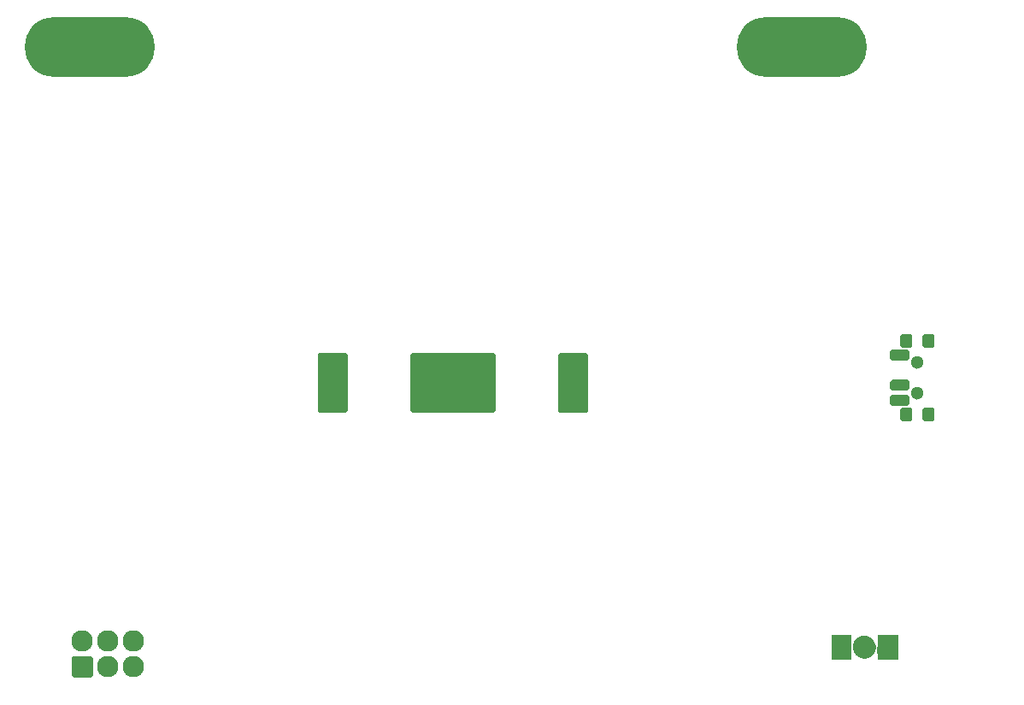
<source format=gbr>
%TF.GenerationSoftware,KiCad,Pcbnew,(5.1.10)-1*%
%TF.CreationDate,2021-10-02T23:44:59-05:00*%
%TF.ProjectId,OzSec 2021 - Sponsor,4f7a5365-6320-4323-9032-31202d205370,rev?*%
%TF.SameCoordinates,Original*%
%TF.FileFunction,Soldermask,Bot*%
%TF.FilePolarity,Negative*%
%FSLAX46Y46*%
G04 Gerber Fmt 4.6, Leading zero omitted, Abs format (unit mm)*
G04 Created by KiCad (PCBNEW (5.1.10)-1) date 2021-10-02 23:44:59*
%MOMM*%
%LPD*%
G01*
G04 APERTURE LIST*
%ADD10C,0.100000*%
%ADD11C,0.120000*%
%ADD12C,2.127200*%
%ADD13O,2.127200X2.127200*%
%ADD14R,0.500000X0.700000*%
%ADD15O,12.900000X5.900000*%
%ADD16C,1.300000*%
G04 APERTURE END LIST*
D10*
%TO.C,D1*%
G36*
X177831000Y-110216000D02*
G01*
X178085000Y-110089000D01*
X178339000Y-109835000D01*
X178466000Y-109581000D01*
X178527630Y-109200000D01*
X178466000Y-108819000D01*
X178212000Y-108438000D01*
X177958000Y-108311000D01*
X177450000Y-108122370D01*
X177069000Y-108184000D01*
X176688000Y-108438000D01*
X176434000Y-108819000D01*
X176372370Y-109200000D01*
X176434000Y-109581000D01*
X176688000Y-109962000D01*
X177069000Y-110216000D01*
X177450000Y-110277630D01*
X177831000Y-110216000D01*
G37*
X177831000Y-110216000D02*
X178085000Y-110089000D01*
X178339000Y-109835000D01*
X178466000Y-109581000D01*
X178527630Y-109200000D01*
X178466000Y-108819000D01*
X178212000Y-108438000D01*
X177958000Y-108311000D01*
X177450000Y-108122370D01*
X177069000Y-108184000D01*
X176688000Y-108438000D01*
X176434000Y-108819000D01*
X176372370Y-109200000D01*
X176434000Y-109581000D01*
X176688000Y-109962000D01*
X177069000Y-110216000D01*
X177450000Y-110277630D01*
X177831000Y-110216000D01*
D11*
X178527631Y-109200000D02*
G75*
G03*
X178527631Y-109200000I-1077631J0D01*
G01*
D10*
G36*
X176078400Y-108031600D02*
G01*
X174224200Y-108031600D01*
X174224200Y-110368400D01*
X176078400Y-110368400D01*
X176078400Y-108031600D01*
G37*
X176078400Y-108031600D02*
X174224200Y-108031600D01*
X174224200Y-110368400D01*
X176078400Y-110368400D01*
X176078400Y-108031600D01*
G36*
X180726600Y-108031600D02*
G01*
X178821600Y-108031600D01*
X178796200Y-110419200D01*
X180726600Y-110419200D01*
X180726600Y-108031600D01*
G37*
X180726600Y-108031600D02*
X178821600Y-108031600D01*
X178796200Y-110419200D01*
X180726600Y-110419200D01*
X180726600Y-108031600D01*
%TD*%
D12*
%TO.C,X1*%
X105092500Y-108625640D03*
X105092500Y-111165640D03*
D13*
X102552500Y-108625640D03*
X102552500Y-111165640D03*
X100012500Y-108625640D03*
G36*
G01*
X99148900Y-110102040D02*
X100876100Y-110102040D01*
G75*
G02*
X101076100Y-110302040I0J-200000D01*
G01*
X101076100Y-112029240D01*
G75*
G02*
X100876100Y-112229240I-200000J0D01*
G01*
X99148900Y-112229240D01*
G75*
G02*
X98948900Y-112029240I0J200000D01*
G01*
X98948900Y-110302040D01*
G75*
G02*
X99148900Y-110102040I200000J0D01*
G01*
G37*
%TD*%
%TO.C,BT1*%
G36*
G01*
X123320660Y-85827840D02*
X123320660Y-80267840D01*
G75*
G02*
X123520660Y-80067840I200000J0D01*
G01*
X126120660Y-80067840D01*
G75*
G02*
X126320660Y-80267840I0J-200000D01*
G01*
X126320660Y-85827840D01*
G75*
G02*
X126120660Y-86027840I-200000J0D01*
G01*
X123520660Y-86027840D01*
G75*
G02*
X123320660Y-85827840I0J200000D01*
G01*
G37*
G36*
G01*
X147130660Y-85827840D02*
X147130660Y-80267840D01*
G75*
G02*
X147330660Y-80067840I200000J0D01*
G01*
X149930660Y-80067840D01*
G75*
G02*
X150130660Y-80267840I0J-200000D01*
G01*
X150130660Y-85827840D01*
G75*
G02*
X149930660Y-86027840I-200000J0D01*
G01*
X147330660Y-86027840D01*
G75*
G02*
X147130660Y-85827840I0J200000D01*
G01*
G37*
G36*
G01*
X132525660Y-85827840D02*
X132525660Y-80267840D01*
G75*
G02*
X132725660Y-80067840I200000J0D01*
G01*
X140725660Y-80067840D01*
G75*
G02*
X140925660Y-80267840I0J-200000D01*
G01*
X140925660Y-85827840D01*
G75*
G02*
X140725660Y-86027840I-200000J0D01*
G01*
X132725660Y-86027840D01*
G75*
G02*
X132525660Y-85827840I0J200000D01*
G01*
G37*
%TD*%
D14*
%TO.C,D1*%
X179000000Y-109575000D03*
X175900000Y-108825000D03*
%TD*%
D15*
%TO.C,REF\u002A\u002A*%
X171295060Y-49735740D03*
%TD*%
%TO.C,REF\u002A\u002A*%
X100726240Y-49804320D03*
%TD*%
%TO.C,SW1*%
G36*
G01*
X181232640Y-78182220D02*
X182032640Y-78182220D01*
G75*
G02*
X182232640Y-78382220I0J-200000D01*
G01*
X182232640Y-79382220D01*
G75*
G02*
X182032640Y-79582220I-200000J0D01*
G01*
X181232640Y-79582220D01*
G75*
G02*
X181032640Y-79382220I0J200000D01*
G01*
X181032640Y-78382220D01*
G75*
G02*
X181232640Y-78182220I200000J0D01*
G01*
G37*
G36*
G01*
X181232640Y-85482220D02*
X182032640Y-85482220D01*
G75*
G02*
X182232640Y-85682220I0J-200000D01*
G01*
X182232640Y-86682220D01*
G75*
G02*
X182032640Y-86882220I-200000J0D01*
G01*
X181232640Y-86882220D01*
G75*
G02*
X181032640Y-86682220I0J200000D01*
G01*
X181032640Y-85682220D01*
G75*
G02*
X181232640Y-85482220I200000J0D01*
G01*
G37*
G36*
G01*
X183442640Y-85482220D02*
X184242640Y-85482220D01*
G75*
G02*
X184442640Y-85682220I0J-200000D01*
G01*
X184442640Y-86682220D01*
G75*
G02*
X184242640Y-86882220I-200000J0D01*
G01*
X183442640Y-86882220D01*
G75*
G02*
X183242640Y-86682220I0J200000D01*
G01*
X183242640Y-85682220D01*
G75*
G02*
X183442640Y-85482220I200000J0D01*
G01*
G37*
G36*
G01*
X183442640Y-78182220D02*
X184242640Y-78182220D01*
G75*
G02*
X184442640Y-78382220I0J-200000D01*
G01*
X184442640Y-79382220D01*
G75*
G02*
X184242640Y-79582220I-200000J0D01*
G01*
X183442640Y-79582220D01*
G75*
G02*
X183242640Y-79382220I0J200000D01*
G01*
X183242640Y-78382220D01*
G75*
G02*
X183442640Y-78182220I200000J0D01*
G01*
G37*
G36*
G01*
X180232640Y-84232220D02*
X181732640Y-84232220D01*
G75*
G02*
X181932640Y-84432220I0J-200000D01*
G01*
X181932640Y-85132220D01*
G75*
G02*
X181732640Y-85332220I-200000J0D01*
G01*
X180232640Y-85332220D01*
G75*
G02*
X180032640Y-85132220I0J200000D01*
G01*
X180032640Y-84432220D01*
G75*
G02*
X180232640Y-84232220I200000J0D01*
G01*
G37*
G36*
G01*
X180232640Y-82732220D02*
X181732640Y-82732220D01*
G75*
G02*
X181932640Y-82932220I0J-200000D01*
G01*
X181932640Y-83632220D01*
G75*
G02*
X181732640Y-83832220I-200000J0D01*
G01*
X180232640Y-83832220D01*
G75*
G02*
X180032640Y-83632220I0J200000D01*
G01*
X180032640Y-82932220D01*
G75*
G02*
X180232640Y-82732220I200000J0D01*
G01*
G37*
G36*
G01*
X180232640Y-79732220D02*
X181732640Y-79732220D01*
G75*
G02*
X181932640Y-79932220I0J-200000D01*
G01*
X181932640Y-80632220D01*
G75*
G02*
X181732640Y-80832220I-200000J0D01*
G01*
X180232640Y-80832220D01*
G75*
G02*
X180032640Y-80632220I0J200000D01*
G01*
X180032640Y-79932220D01*
G75*
G02*
X180232640Y-79732220I200000J0D01*
G01*
G37*
D16*
X182742640Y-84032220D03*
X182742640Y-81032220D03*
%TD*%
M02*

</source>
